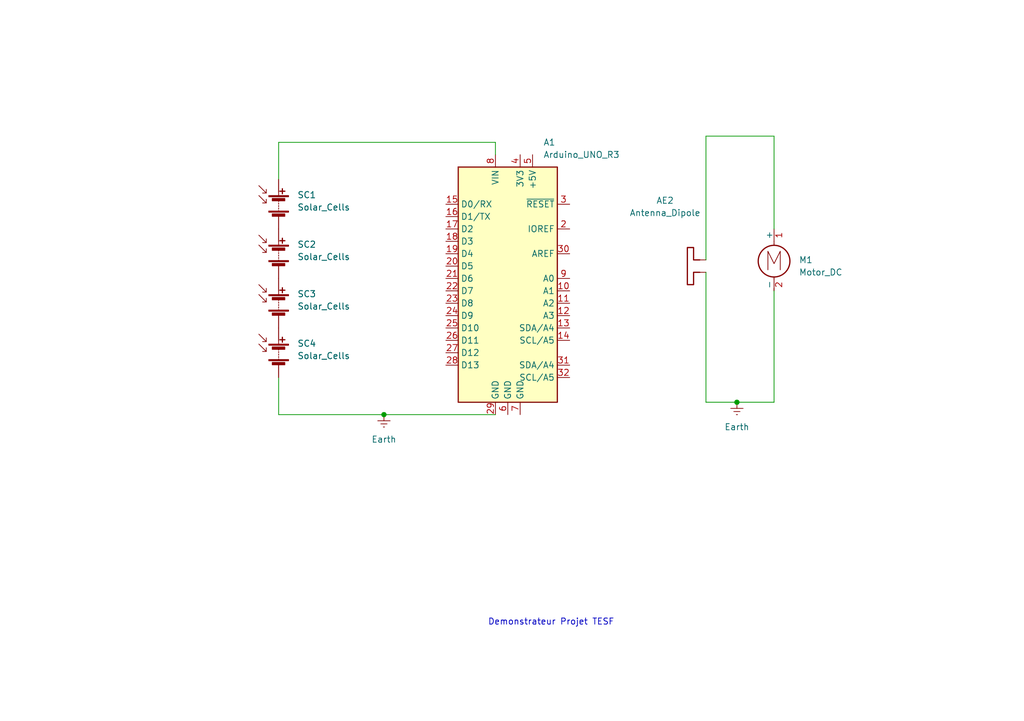
<source format=kicad_sch>
(kicad_sch (version 20231120) (generator "eeschema") (generator_version "8.0")
  (paper "A5")
  (lib_symbols
    (symbol "Device:Antenna_Dipole" (pin_numbers hide) (pin_names (offset 1.016) hide)
      (property "Reference" "AE" (at 1.27 1.27 0))
      (property "Value" "Antenna_Dipole" (at 1.27 0 0))
      (symbol "Antenna_Dipole_0_1"
        (polyline (pts (xy 2.54 -3.81) (xy 2.54 -2.54) (xy 5.08 -2.54) (xy 5.08 -1.27) (xy -2.54 -1.27) (xy -2.54 -2.54) (xy 0 -2.54) (xy 0 -3.81)) (stroke (width 0.254)))
      )
      (symbol "Antenna_Dipole_1_1"
        (pin input line (at 0 -5.08 90) (length 2.54) (name "~") (number "1"))
        (pin input line (at 2.54 -5.08 90) (length 2.54) (name "~") (number "2"))
      )
    )
    (symbol "Device:Solar_Cells" (pin_numbers hide) (pin_names (offset 0) hide)
      (property "Reference" "SC" (at 2.54 2.54 0))
      (property "Value" "Solar_Cells" (at 2.54 0 0))
      (symbol "Solar_Cells_0_1"
        (rectangle (start -2.032 -1.397) (end 2.032 -1.651) (fill (type outline)))
        (rectangle (start -2.032 1.778) (end 2.032 1.524) (fill (type outline)))
        (rectangle (start -1.3208 -1.9812) (end 1.27 -2.4892) (fill (type outline)))
        (rectangle (start -1.3208 1.1938) (end 1.27 0.6858) (fill (type outline)))
        (polyline (pts (xy -2.54 0.254) (xy -4.064 1.778)))
        (polyline (pts (xy -2.54 2.286) (xy -4.064 3.81)))
        (polyline (pts (xy 0 -1.524) (xy 0 -1.27)))
        (polyline (pts (xy 0 -1.016) (xy 0 -0.762)))
        (polyline (pts (xy 0 -0.508) (xy 0 -0.254)))
        (polyline (pts (xy 0 0) (xy 0 0.254)))
        (polyline (pts (xy 0 0.508) (xy 0 0.762)))
        (polyline (pts (xy 0 1.778) (xy 0 2.54)))
        (polyline (pts (xy 0.254 2.667) (xy 1.27 2.667)) (stroke (width 0.254)))
        (polyline (pts (xy 0.762 3.175) (xy 0.762 2.159)) (stroke (width 0.254)))
        (polyline (pts (xy -2.54 1.016) (xy -2.54 0.254) (xy -3.302 0.254)))
        (polyline (pts (xy -2.54 3.048) (xy -2.54 2.286) (xy -3.302 2.286)))
      )
      (symbol "Solar_Cells_1_1"
        (pin passive line (at 0 5.08 270) (length 2.54) (name "+") (number "1"))
        (pin passive line (at 0 -5.08 90) (length 2.54) (name "-") (number "2"))
      )
    )
    (symbol "MCU_Module:Arduino_UNO_R3"
      (property "Reference" "A" (at -10.16 23.495 0))
      (property "Value" "Arduino_UNO_R3" (at 5.08 -26.67 0))
      (symbol "Arduino_UNO_R3_0_1"
        (rectangle (start -10.16 22.86) (end 10.16 -25.4) (stroke (width 0.254)) (fill (type background)))
      )
      (symbol "Arduino_UNO_R3_1_1"
        (pin no_connect line (at -10.16 -20.32 0) (length 2.54) hide (name "NC") (number "1"))
        (pin bidirectional line (at 12.7 -2.54 180) (length 2.54) (name "A1") (number "10"))
        (pin bidirectional line (at 12.7 -5.08 180) (length 2.54) (name "A2") (number "11"))
        (pin bidirectional line (at 12.7 -7.62 180) (length 2.54) (name "A3") (number "12"))
        (pin bidirectional line (at 12.7 -10.16 180) (length 2.54) (name "SDA/A4") (number "13"))
        (pin bidirectional line (at 12.7 -12.7 180) (length 2.54) (name "SCL/A5") (number "14"))
        (pin bidirectional line (at -12.7 15.24 0) (length 2.54) (name "D0/RX") (number "15"))
        (pin bidirectional line (at -12.7 12.7 0) (length 2.54) (name "D1/TX") (number "16"))
        (pin bidirectional line (at -12.7 10.16 0) (length 2.54) (name "D2") (number "17"))
        (pin bidirectional line (at -12.7 7.62 0) (length 2.54) (name "D3") (number "18"))
        (pin bidirectional line (at -12.7 5.08 0) (length 2.54) (name "D4") (number "19"))
        (pin output line (at 12.7 10.16 180) (length 2.54) (name "IOREF") (number "2"))
        (pin bidirectional line (at -12.7 2.54 0) (length 2.54) (name "D5") (number "20"))
        (pin bidirectional line (at -12.7 0 0) (length 2.54) (name "D6") (number "21"))
        (pin bidirectional line (at -12.7 -2.54 0) (length 2.54) (name "D7") (number "22"))
        (pin bidirectional line (at -12.7 -5.08 0) (length 2.54) (name "D8") (number "23"))
        (pin bidirectional line (at -12.7 -7.62 0) (length 2.54) (name "D9") (number "24"))
        (pin bidirectional line (at -12.7 -10.16 0) (length 2.54) (name "D10") (number "25"))
        (pin bidirectional line (at -12.7 -12.7 0) (length 2.54) (name "D11") (number "26"))
        (pin bidirectional line (at -12.7 -15.24 0) (length 2.54) (name "D12") (number "27"))
        (pin bidirectional line (at -12.7 -17.78 0) (length 2.54) (name "D13") (number "28"))
        (pin power_in line (at -2.54 -27.94 90) (length 2.54) (name "GND") (number "29"))
        (pin input line (at 12.7 15.24 180) (length 2.54) (name "~{RESET}") (number "3"))
        (pin input line (at 12.7 5.08 180) (length 2.54) (name "AREF") (number "30"))
        (pin bidirectional line (at 12.7 -17.78 180) (length 2.54) (name "SDA/A4") (number "31"))
        (pin bidirectional line (at 12.7 -20.32 180) (length 2.54) (name "SCL/A5") (number "32"))
        (pin power_out line (at 2.54 25.4 270) (length 2.54) (name "3V3") (number "4"))
        (pin power_out line (at 5.08 25.4 270) (length 2.54) (name "+5V") (number "5"))
        (pin power_in line (at 0 -27.94 90) (length 2.54) (name "GND") (number "6"))
        (pin power_in line (at 2.54 -27.94 90) (length 2.54) (name "GND") (number "7"))
        (pin power_in line (at -2.54 25.4 270) (length 2.54) (name "VIN") (number "8"))
        (pin bidirectional line (at 12.7 0 180) (length 2.54) (name "A0") (number "9"))
      )
    )
    (symbol "Motor:Motor_DC" (pin_names (offset 0))
      (property "Reference" "M" (at 2.54 2.54 0))
      (property "Value" "Motor_DC" (at 2.54 -5.08 0))
      (symbol "Motor_DC_0_0"
        (polyline (pts (xy -1.27 -3.302) (xy -1.27 0.508) (xy 0 -2.032) (xy 1.27 0.508) (xy 1.27 -3.302)))
      )
      (symbol "Motor_DC_0_1"
        (circle (center 0 -1.524) (radius 3.2512) (stroke (width 0.254)))
        (polyline (pts (xy 0 -7.62) (xy 0 -7.112)))
        (polyline (pts (xy 0 -4.7752) (xy 0 -5.1816)))
        (polyline (pts (xy 0 1.7272) (xy 0 2.0828)))
        (polyline (pts (xy 0 2.032) (xy 0 2.54)))
      )
      (symbol "Motor_DC_1_1"
        (pin passive line (at 0 5.08 270) (length 2.54) (name "+") (number "1"))
        (pin passive line (at 0 -7.62 90) (length 2.54) (name "-") (number "2"))
      )
    )
    (symbol "power:Earth" (power) (pin_numbers hide) (pin_names (offset 0) hide)
      (property "Value" "Earth" (at 0 -3.81 0))
      (symbol "Earth_0_1"
        (polyline (pts (xy -0.635 -1.905) (xy 0.635 -1.905)))
        (polyline (pts (xy -0.127 -2.54) (xy 0.127 -2.54)))
        (polyline (pts (xy 0 -1.27) (xy 0 0)))
        (polyline (pts (xy 1.27 -1.27) (xy -1.27 -1.27)))
      )
      (symbol "Earth_1_1"
        (pin power_in line (at 0 0 270) (length 0) (name "~") (number "1"))
      )
    )
  )
  (junction (at 78.74 85.09))
  (junction (at 151.13 82.55))
  (wire (pts (xy 57.15 29.21) (xy 101.6 29.21)))
  (wire (pts (xy 57.15 36.83) (xy 57.15 29.21)))
  (wire (pts (xy 57.15 85.09) (xy 57.15 77.47)))
  (wire (pts (xy 144.78 82.55) (xy 144.78 55.88)))
  (wire (pts (xy 151.13 82.55) (xy 144.78 82.55)))
  (wire (pts (xy 78.74 85.09) (xy 57.15 85.09)))
  (wire (pts (xy 158.75 27.94) (xy 158.75 46.99)))
  (wire (pts (xy 144.78 27.94) (xy 158.75 27.94)))
  (wire (pts (xy 101.6 85.09) (xy 78.74 85.09)))
  (wire (pts (xy 101.6 29.21) (xy 101.6 31.75)))
  (wire (pts (xy 158.75 82.55) (xy 151.13 82.55)))
  (wire (pts (xy 158.75 59.69) (xy 158.75 82.55)))
  (wire (pts (xy 144.78 53.34) (xy 144.78 27.94)))
  (text "Demonstrateur Projet TESF\n" (at 113.03 127.762 0) (effects (font (size 1.27 1.27))))
  (symbol (lib_id "Motor:Motor_DC") (at 158.75 52.07 0) (unit 1)
    (property "Reference" "M1" (at 163.83 53.3399 0) (effects (justify left)))
    (property "Value" "Motor_DC" (at 163.83 55.8799 0) (effects (justify left)))
    (property "Description" "DC Motor" (effects (hide yes)))
  )
  (symbol (lib_id "power:Earth") (at 151.13 82.55 0) (unit 1)
    (property "Reference" "#PWR02" (effects (hide yes)))
    (property "Value" "Earth" (at 151.13 87.63 0))
    (property "Description" "Power symbol creates a global label with name \"Earth\"" (effects (hide yes)))
  )
  (symbol (lib_id "Device:Solar_Cells") (at 57.15 41.91 0) (unit 1)
    (property "Reference" "SC1" (at 60.96 40.0049 0) (effects (justify left)))
    (property "Value" "Solar_Cells" (at 60.96 42.5449 0) (effects (justify left)))
    (property "Description" "Multiple solar cells" (effects (hide yes)))
  )
  (symbol (lib_id "Device:Antenna_Dipole") (at 139.7 55.88 90) (unit 1)
    (property "Reference" "AE2" (at 136.398 41.148 90))
    (property "Value" "Antenna_Dipole" (at 136.398 43.688 90))
    (property "Description" "Dipole antenna" (effects (hide yes)))
  )
  (symbol (lib_id "MCU_Module:Arduino_UNO_R3") (at 104.14 57.15 0) (unit 1)
    (property "Reference" "A1" (at 111.4141 29.21 0) (effects (justify left)))
    (property "Value" "Arduino_UNO_R3" (at 111.4141 31.75 0) (effects (justify left)))
    (property "Footprint" "Module:Arduino_UNO_R3" (effects (hide yes)))
    (property "Datasheet" "https://www.arduino.cc/en/Main/arduinoBoardUno" (effects (hide yes)))
    (property "Description" "Arduino UNO Microcontroller Module, release 3" (effects (hide yes)))
  )
  (symbol (lib_id "Device:Solar_Cells") (at 57.15 62.23 0) (unit 1)
    (property "Reference" "SC3" (at 60.96 60.3249 0) (effects (justify left)))
    (property "Value" "Solar_Cells" (at 60.96 62.8649 0) (effects (justify left)))
    (property "Description" "Multiple solar cells" (effects (hide yes)))
  )
  (symbol (lib_id "power:Earth") (at 78.74 85.09 0) (unit 1)
    (property "Reference" "#PWR01" (effects (hide yes)))
    (property "Value" "Earth" (at 78.74 90.17 0))
    (property "Description" "Power symbol creates a global label with name \"Earth\"" (effects (hide yes)))
  )
  (symbol (lib_id "Device:Solar_Cells") (at 57.15 52.07 0) (unit 1)
    (property "Reference" "SC2" (at 60.96 50.1649 0) (effects (justify left)))
    (property "Value" "Solar_Cells" (at 60.96 52.7049 0) (effects (justify left)))
    (property "Description" "Multiple solar cells" (effects (hide yes)))
  )
  (symbol (lib_id "Device:Solar_Cells") (at 57.15 72.39 0) (unit 1)
    (property "Reference" "SC4" (at 60.96 70.4849 0) (effects (justify left)))
    (property "Value" "Solar_Cells" (at 60.96 73.0249 0) (effects (justify left)))
    (property "Description" "Multiple solar cells" (effects (hide yes)))
  )
)
</source>
